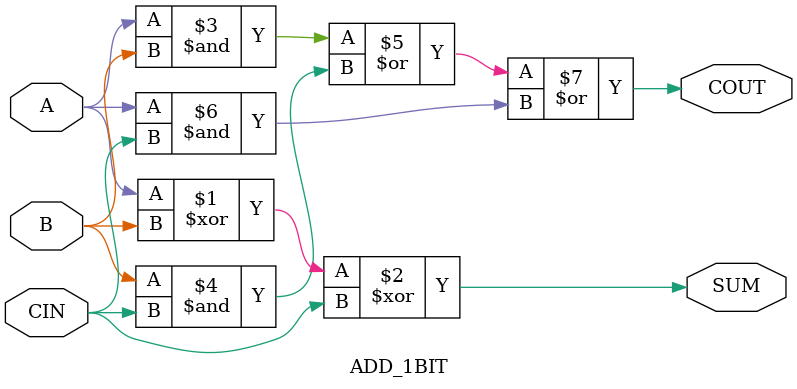
<source format=v>
/*
Name: Houston & Segal
Date: 02-26-2014
Title: 1 Bit Adder
*/

module ADD_1BIT(A,B,CIN,SUM,COUT);
input A,B,CIN;
output SUM,COUT;

assign SUM = A ^ B ^ CIN;
assign COUT = A & B | B & CIN | A & CIN;

endmodule

</source>
